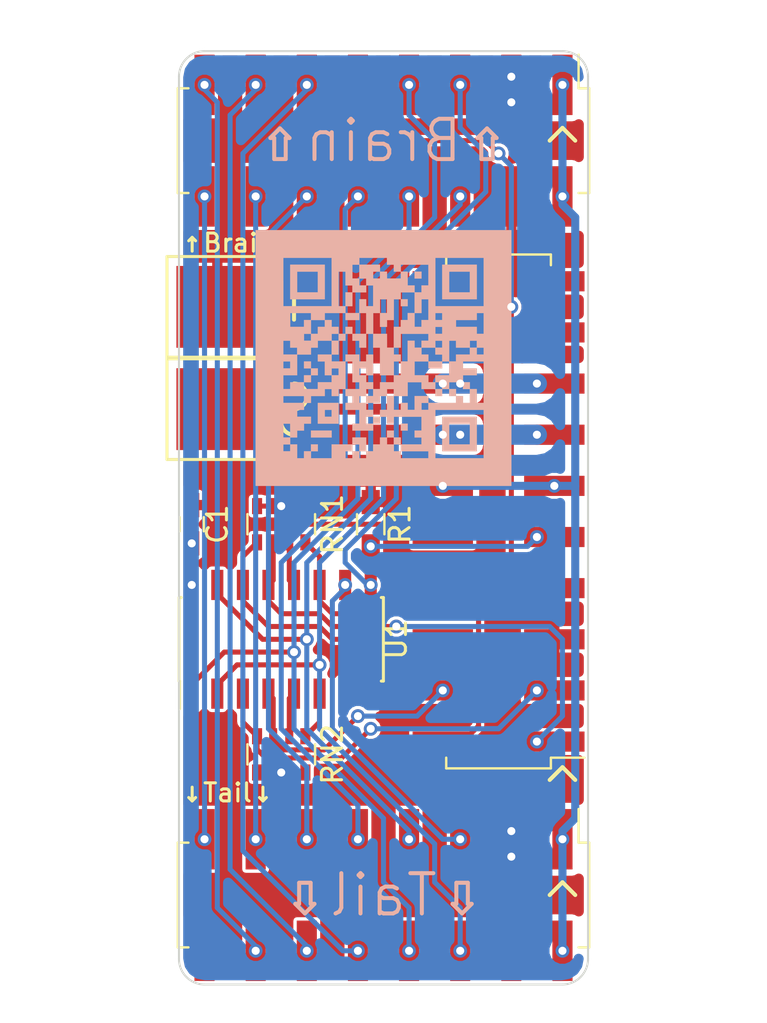
<source format=kicad_pcb>
(kicad_pcb (version 4) (host pcbnew 4.0.6)
  (layers (0 F.Cu signal) (31 B.Cu signal) (34 B.Paste user) (35 F.Paste user) (36 B.SilkS user) (37 F.SilkS user) (38 B.Mask user) (39 F.Mask user) (44 Edge.Cuts user))
  (net 0 "")
  (net 1 N_ADL)
  (net 2 AC)
  (net 3 /N_D2)
  (net 4 /N_D0)
  (net 5 /N_D4)
  (net 6 /N_D5)
  (net 7 /N_D3)
  (net 8 /N_D1)
  (net 9 +12V)
  (net 10 SERIAL_IN)
  (net 11 CLOCK)
  (net 12 VCC)
  (net 13 SERIAL_OUT)
  (net 14 GND)
  (net 15 N_LOAD)
  (net 16 ENABLE)
  (net 17 "Net-(RN2-Pad1)")
  (net 18 "Net-(RN2-Pad2)")
  (net 19 N_START)
  (net 20 "Net-(TO_BRAIN1-Pad10)")
  (net 21 "Net-(TO_BRAIN1-Pad11)")
  (net 22 "Net-(TO_BRAIN1-Pad12)")
  (net 23 "Net-(TO_BRAIN1-Pad13)")
  (net 24 "Net-(TO_BRAIN1-Pad14)")
  (net 25 "Net-(TO_BRAIN1-Pad15)")
  (net 26 "Net-(TO_BRAIN1-Pad16)")
  (module LOGO (layer B.Cu) (at 158.75 122.785 180)
    (fp_text reference G*** hide)
    (fp_text value LOGO hide)
  )
  (module LOGO (layer B.Cu) (at 158.75 106.68 180)
    (fp_text reference G*** hide)
    (fp_text value LOGO hide)
  )
  (module Pin_Headers:Pin_Header_Straight_2x10_Pitch2.54mm_SMD (layer F.Cu) (at 164.465 114.3 180)
    (fp_text reference J2 hide)
    (fp_text value CONN_02X10)
    (pad 1 smd rect (at -2.77 -11.43 180) (size 3 1) (layers F.Cu F.Paste F.Mask) (net 3 /N_D2))
    (pad 2 smd rect (at 2.77 -11.43 180) (size 3 1) (layers F.Cu F.Paste F.Mask) (net 4 /N_D0))
    (pad 3 smd rect (at -2.77 -8.89 180) (size 3 1) (layers F.Cu F.Paste F.Mask) (net 5 /N_D4))
    (pad 4 smd rect (at 2.77 -8.89 180) (size 3 1) (layers F.Cu F.Paste F.Mask) (net 6 /N_D5))
    (pad 5 smd rect (at -2.77 -6.35 180) (size 3 1) (layers F.Cu F.Paste F.Mask) (net 14 GND))
    (pad 6 smd rect (at 2.77 -6.35 180) (size 3 1) (layers F.Cu F.Paste F.Mask) (net 7 /N_D3))
    (pad 7 smd rect (at -2.77 -3.81 180) (size 3 1) (layers F.Cu F.Paste F.Mask) (net 19 N_START))
    (pad 8 smd rect (at 2.77 -3.81 180) (size 3 1) (layers F.Cu F.Paste F.Mask) (net 14 GND))
    (pad 9 smd rect (at -2.77 -1.27 180) (size 3 1) (layers F.Cu F.Paste F.Mask) (net 1 N_ADL))
    (pad 10 smd rect (at 2.77 -1.27 180) (size 3 1) (layers F.Cu F.Paste F.Mask) (net 8 /N_D1))
    (pad 11 smd rect (at -2.77 1.27 180) (size 3 1) (layers F.Cu F.Paste F.Mask) (net 9 +12V))
    (pad 12 smd rect (at 2.77 1.27 180) (size 3 1) (layers F.Cu F.Paste F.Mask) (net 9 +12V))
    (pad 13 smd rect (at -2.77 3.81 180) (size 3 1) (layers F.Cu F.Paste F.Mask) (net 2 AC))
    (pad 14 smd rect (at 2.77 3.81 180) (size 3 1) (layers F.Cu F.Paste F.Mask) (net 2 AC))
    (pad 15 smd rect (at -2.77 6.35 180) (size 3 1) (layers F.Cu F.Paste F.Mask) (net 2 AC))
    (pad 16 smd rect (at 2.77 6.35 180) (size 3 1) (layers F.Cu F.Paste F.Mask) (net 2 AC))
    (pad 17 smd rect (at -2.77 8.89 180) (size 3 1) (layers F.Cu F.Paste F.Mask) (net 14 GND))
    (pad 18 smd rect (at 2.77 8.89 180) (size 3 1) (layers F.Cu F.Paste F.Mask) (net 14 GND))
    (pad 19 smd rect (at -2.77 11.43 180) (size 3 1) (layers F.Cu F.Paste F.Mask) (net 14 GND))
    (pad 20 smd rect (at 2.77 11.43 180) (size 3 1) (layers F.Cu F.Paste F.Mask) (net 14 GND))
  )
  (module Housings_SOIC:SOIC-16_3.9x9.9mm_Pitch1.27mm (layer F.Cu) (at 153.67 120.65 90)
    (fp_text reference U1 (at 0 5.715 270) (layer F.SilkS))
    (fp_text value 74LS165)
    (pad 1 smd rect (at -2.7 -4.445 90) (size 1.5 0.6) (layers F.Cu F.Paste F.Mask) (net 15 N_LOAD))
    (pad 2 smd rect (at -2.7 -3.175 90) (size 1.5 0.6) (layers F.Cu F.Paste F.Mask) (net 11 CLOCK))
    (pad 3 smd rect (at -2.7 -1.905 90) (size 1.5 0.6) (layers F.Cu F.Paste F.Mask) (net 5 /N_D4))
    (pad 4 smd rect (at -2.7 -0.635 90) (size 1.5 0.6) (layers F.Cu F.Paste F.Mask) (net 6 /N_D5))
    (pad 5 smd rect (at -2.7 0.635 90) (size 1.5 0.6) (layers F.Cu F.Paste F.Mask) (net 18 "Net-(RN2-Pad2)"))
    (pad 6 smd rect (at -2.7 1.905 90) (size 1.5 0.6) (layers F.Cu F.Paste F.Mask) (net 17 "Net-(RN2-Pad1)"))
    (pad 7 smd rect (at -2.7 3.175 90) (size 1.5 0.6) (layers F.Cu F.Paste F.Mask))
    (pad 8 smd rect (at -2.7 4.445 90) (size 1.5 0.6) (layers F.Cu F.Paste F.Mask) (net 14 GND))
    (pad 9 smd rect (at 2.7 4.445 90) (size 1.5 0.6) (layers F.Cu F.Paste F.Mask) (net 13 SERIAL_OUT))
    (pad 10 smd rect (at 2.7 3.175 90) (size 1.5 0.6) (layers F.Cu F.Paste F.Mask) (net 10 SERIAL_IN))
    (pad 11 smd rect (at 2.7 1.905 90) (size 1.5 0.6) (layers F.Cu F.Paste F.Mask) (net 4 /N_D0))
    (pad 12 smd rect (at 2.7 0.635 90) (size 1.5 0.6) (layers F.Cu F.Paste F.Mask) (net 8 /N_D1))
    (pad 13 smd rect (at 2.7 -0.635 90) (size 1.5 0.6) (layers F.Cu F.Paste F.Mask) (net 3 /N_D2))
    (pad 14 smd rect (at 2.7 -1.905 90) (size 1.5 0.6) (layers F.Cu F.Paste F.Mask) (net 7 /N_D3))
    (pad 15 smd rect (at 2.7 -3.175 90) (size 1.5 0.6) (layers F.Cu F.Paste F.Mask) (net 16 ENABLE))
    (pad 16 smd rect (at 2.7 -4.445 90) (size 1.5 0.6) (layers F.Cu F.Paste F.Mask) (net 12 VCC))
  )
  (module Capacitors_SMD:C_0603_HandSoldering (layer F.Cu) (at 149.225 114.935 90)
    (fp_text reference C1 (at 0 1.27 90) (layer F.SilkS))
    (fp_text value C)
    (pad 1 smd rect (at -0.95 0 90) (size 1.2 0.75) (layers F.Cu F.Paste F.Mask) (net 12 VCC))
    (pad 2 smd rect (at 0.95 0 90) (size 1.2 0.75) (layers F.Cu F.Paste F.Mask) (net 14 GND))
  )
  (module Resistors_SMD:R_Array_Convex_4x0603 (layer F.Cu) (at 153.67 114.935 90)
    (fp_text reference RN1 (at 0 2.54 270) (layer F.SilkS))
    (fp_text value R_Pack04)
    (pad 1 smd rect (at -0.9 -1.2 90) (size 0.8 0.5) (layers F.Cu F.Paste F.Mask) (net 7 /N_D3))
    (pad 3 smd rect (at -0.9 0.4 90) (size 0.8 0.4) (layers F.Cu F.Paste F.Mask) (net 8 /N_D1))
    (pad 2 smd rect (at -0.9 -0.4 90) (size 0.8 0.4) (layers F.Cu F.Paste F.Mask) (net 3 /N_D2))
    (pad 4 smd rect (at -0.9 1.2 90) (size 0.8 0.5) (layers F.Cu F.Paste F.Mask) (net 4 /N_D0))
    (pad 7 smd rect (at 0.9 -0.4 90) (size 0.8 0.4) (layers F.Cu F.Paste F.Mask) (net 12 VCC))
    (pad 8 smd rect (at 0.9 -1.2 90) (size 0.8 0.5) (layers F.Cu F.Paste F.Mask) (net 12 VCC))
    (pad 6 smd rect (at 0.9 0.4 90) (size 0.8 0.4) (layers F.Cu F.Paste F.Mask) (net 12 VCC))
    (pad 5 smd rect (at 0.9 1.2 90) (size 0.8 0.5) (layers F.Cu F.Paste F.Mask) (net 12 VCC))
  )
  (module Resistors_SMD:R_Array_Convex_4x0603 (layer F.Cu) (at 153.67 126.365 270)
    (fp_text reference RN2 (at 0 -2.54 270) (layer F.SilkS))
    (fp_text value R_Pack04)
    (pad 1 smd rect (at -0.9 -1.2 270) (size 0.8 0.5) (layers F.Cu F.Paste F.Mask) (net 17 "Net-(RN2-Pad1)"))
    (pad 3 smd rect (at -0.9 0.4 270) (size 0.8 0.4) (layers F.Cu F.Paste F.Mask) (net 6 /N_D5))
    (pad 2 smd rect (at -0.9 -0.4 270) (size 0.8 0.4) (layers F.Cu F.Paste F.Mask) (net 18 "Net-(RN2-Pad2)"))
    (pad 4 smd rect (at -0.9 1.2 270) (size 0.8 0.5) (layers F.Cu F.Paste F.Mask) (net 5 /N_D4))
    (pad 7 smd rect (at 0.9 -0.4 270) (size 0.8 0.4) (layers F.Cu F.Paste F.Mask) (net 12 VCC))
    (pad 8 smd rect (at 0.9 -1.2 270) (size 0.8 0.5) (layers F.Cu F.Paste F.Mask) (net 12 VCC))
    (pad 6 smd rect (at 0.9 0.4 270) (size 0.8 0.4) (layers F.Cu F.Paste F.Mask) (net 12 VCC))
    (pad 5 smd rect (at 0.9 1.2 270) (size 0.8 0.5) (layers F.Cu F.Paste F.Mask) (net 12 VCC))
  )
  (module Pin_Headers:Pin_Header_Straight_2x08_Pitch2.54mm_SMD (layer F.Cu) (at 158.75 95.885 270)
    (fp_text reference TO_BRAIN1 hide)
    (fp_text value CONN_02X08)
    (pad 1 smd rect (at -2.77 -8.89 270) (size 3 1) (layers F.Cu F.Paste F.Mask) (net 9 +12V))
    (pad 2 smd rect (at 2.77 -8.89 270) (size 3 1) (layers F.Cu F.Paste F.Mask) (net 9 +12V))
    (pad 3 smd rect (at -2.77 -6.35 270) (size 3 1) (layers F.Cu F.Paste F.Mask) (net 12 VCC))
    (pad 4 smd rect (at 2.77 -6.35 270) (size 3 1) (layers F.Cu F.Paste F.Mask) (net 14 GND))
    (pad 5 smd rect (at -2.77 -3.81 270) (size 3 1) (layers F.Cu F.Paste F.Mask) (net 13 SERIAL_OUT))
    (pad 6 smd rect (at 2.77 -3.81 270) (size 3 1) (layers F.Cu F.Paste F.Mask) (net 11 CLOCK))
    (pad 7 smd rect (at -2.77 -1.27 270) (size 3 1) (layers F.Cu F.Paste F.Mask) (net 16 ENABLE))
    (pad 8 smd rect (at 2.77 -1.27 270) (size 3 1) (layers F.Cu F.Paste F.Mask) (net 15 N_LOAD))
    (pad 9 smd rect (at -2.77 1.27 270) (size 3 1) (layers F.Cu F.Paste F.Mask) (net 19 N_START))
    (pad 10 smd rect (at 2.77 1.27 270) (size 3 1) (layers F.Cu F.Paste F.Mask) (net 20 "Net-(TO_BRAIN1-Pad10)"))
    (pad 11 smd rect (at -2.77 3.81 270) (size 3 1) (layers F.Cu F.Paste F.Mask) (net 21 "Net-(TO_BRAIN1-Pad11)"))
    (pad 12 smd rect (at 2.77 3.81 270) (size 3 1) (layers F.Cu F.Paste F.Mask) (net 22 "Net-(TO_BRAIN1-Pad12)"))
    (pad 13 smd rect (at -2.77 6.35 270) (size 3 1) (layers F.Cu F.Paste F.Mask) (net 23 "Net-(TO_BRAIN1-Pad13)"))
    (pad 14 smd rect (at 2.77 6.35 270) (size 3 1) (layers F.Cu F.Paste F.Mask) (net 24 "Net-(TO_BRAIN1-Pad14)"))
    (pad 15 smd rect (at -2.77 8.89 270) (size 3 1) (layers F.Cu F.Paste F.Mask) (net 25 "Net-(TO_BRAIN1-Pad15)"))
    (pad 16 smd rect (at 2.77 8.89 270) (size 3 1) (layers F.Cu F.Paste F.Mask) (net 26 "Net-(TO_BRAIN1-Pad16)"))
  )
  (module Pin_Headers:Pin_Header_Straight_2x08_Pitch2.54mm_SMD (layer F.Cu) (at 158.75 133.35 270)
    (fp_text reference TO_TAIL1 hide)
    (fp_text value CONN_02X08)
    (pad 1 smd rect (at -2.77 -8.89 270) (size 3 1) (layers F.Cu F.Paste F.Mask) (net 9 +12V))
    (pad 2 smd rect (at 2.77 -8.89 270) (size 3 1) (layers F.Cu F.Paste F.Mask) (net 9 +12V))
    (pad 3 smd rect (at -2.77 -6.35 270) (size 3 1) (layers F.Cu F.Paste F.Mask) (net 12 VCC))
    (pad 4 smd rect (at 2.77 -6.35 270) (size 3 1) (layers F.Cu F.Paste F.Mask) (net 14 GND))
    (pad 5 smd rect (at -2.77 -3.81 270) (size 3 1) (layers F.Cu F.Paste F.Mask) (net 10 SERIAL_IN))
    (pad 6 smd rect (at 2.77 -3.81 270) (size 3 1) (layers F.Cu F.Paste F.Mask) (net 11 CLOCK))
    (pad 7 smd rect (at -2.77 -1.27 270) (size 3 1) (layers F.Cu F.Paste F.Mask) (net 16 ENABLE))
    (pad 8 smd rect (at 2.77 -1.27 270) (size 3 1) (layers F.Cu F.Paste F.Mask) (net 15 N_LOAD))
    (pad 9 smd rect (at -2.77 1.27 270) (size 3 1) (layers F.Cu F.Paste F.Mask) (net 20 "Net-(TO_BRAIN1-Pad10)"))
    (pad 10 smd rect (at 2.77 1.27 270) (size 3 1) (layers F.Cu F.Paste F.Mask) (net 21 "Net-(TO_BRAIN1-Pad11)"))
    (pad 11 smd rect (at -2.77 3.81 270) (size 3 1) (layers F.Cu F.Paste F.Mask) (net 22 "Net-(TO_BRAIN1-Pad12)"))
    (pad 12 smd rect (at 2.77 3.81 270) (size 3 1) (layers F.Cu F.Paste F.Mask) (net 23 "Net-(TO_BRAIN1-Pad13)"))
    (pad 13 smd rect (at -2.77 6.35 270) (size 3 1) (layers F.Cu F.Paste F.Mask) (net 24 "Net-(TO_BRAIN1-Pad14)"))
    (pad 14 smd rect (at 2.77 6.35 270) (size 3 1) (layers F.Cu F.Paste F.Mask) (net 25 "Net-(TO_BRAIN1-Pad15)"))
    (pad 15 smd rect (at -2.77 8.89 270) (size 3 1) (layers F.Cu F.Paste F.Mask) (net 26 "Net-(TO_BRAIN1-Pad16)"))
    (pad 16 smd rect (at 2.77 8.89 270) (size 3 1) (layers F.Cu F.Paste F.Mask))
  )
  (module SMD_Packages:1Pin (layer F.Cu) (at 150.495 109.22 270)
    (fp_text reference J1 hide)
    (fp_text value AC)
    (pad 1 smd rect (at 0 0 270) (size 4.064 4.064) (layers F.Cu F.Paste F.Mask) (net 2 AC))
  )
  (module SMD_Packages:1Pin (layer F.Cu) (at 150.495 104.14 90)
    (fp_text reference J3 hide)
    (fp_text value GND)
    (pad 1 smd rect (at 0 0 90) (size 4.064 4.064) (layers F.Cu F.Paste F.Mask) (net 14 GND))
  )
  (module Resistors_SMD:R_0603_HandSoldering (layer F.Cu) (at 158.115 114.935 270)
    (fp_text reference R1 (at 0 -1.45 270) (layer F.SilkS))
    (fp_text value 1k)
    (pad 1 smd rect (at -1.1 0 270) (size 1.2 0.9) (layers F.Cu F.Paste F.Mask) (net 14 GND))
    (pad 2 smd rect (at 1.1 0 270) (size 1.2 0.9) (layers F.Cu F.Paste F.Mask) (net 1 N_ADL))
  )
  (gr_arc (start 149.86 136.525) (end 149.86 137.795) (angle 90) (layer Edge.Cuts) (width 0.1))
  (gr_arc (start 167.64 136.525) (end 168.91 136.525) (angle 90) (layer Edge.Cuts) (width 0.1))
  (gr_arc (start 167.64 92.71) (end 167.64 91.44) (angle 90) (layer Edge.Cuts) (width 0.1))
  (gr_arc (start 149.86 92.71) (end 148.59 92.71) (angle 90) (layer Edge.Cuts) (width 0.1))
  (gr_text ⇩Tail⇩ (at 158.75 133.35) (layer B.SilkS) (effects (font (size 2 2) (thickness 0.2)) (justify mirror)))
  (gr_text ⇧Brain⇧ (at 158.75 95.885) (layer B.SilkS) (effects (font (size 2 2) (thickness 0.2)) (justify mirror)))
  (gr_line (start 167.64 127) (end 168.275 127.635) (layer F.SilkS) (width 0.2))
  (gr_line (start 167.64 127) (end 167.005 127.635) (layer F.SilkS) (width 0.2))
  (gr_line (start 167.64 132.715) (end 168.275 133.35) (layer F.SilkS) (width 0.2))
  (gr_line (start 167.64 132.715) (end 167.005 133.35) (layer F.SilkS) (width 0.2))
  (gr_line (start 167.64 95.25) (end 168.275 95.885) (layer F.SilkS) (width 0.2))
  (gr_line (start 167.005 95.885) (end 167.64 95.25) (layer F.SilkS) (width 0.2))
  (gr_arc (start 154.305 108.585) (end 154.305 107.95) (angle 90) (layer F.SilkS) (width 0.2))
  (gr_arc (start 154.305 108.585) (end 154.94 108.585) (angle 90) (layer F.SilkS) (width 0.2))
  (gr_arc (start 154.305 109.855) (end 153.67 109.855) (angle 90) (layer F.SilkS) (width 0.2))
  (gr_arc (start 154.305 109.855) (end 154.305 110.49) (angle 90) (layer F.SilkS) (width 0.2))
  (gr_line (start 154.305 104.775) (end 154.305 103.505) (layer F.SilkS) (width 0.2))
  (gr_line (start 153.67 105.41) (end 153.67 102.87) (layer F.SilkS) (width 0.2))
  (gr_line (start 153.035 104.14) (end 153.67 104.14) (layer F.SilkS) (width 0.2))
  (gr_text ↓Tail↓ (at 148.59 128.27) (layer F.SilkS) (effects (font (size 0.9 0.9)) (justify left)))
  (gr_text ↑Brain↑ (at 148.59 100.965) (layer F.SilkS) (effects (font (size 0.9 0.9)) (justify left)))
  (gr_line (start 149.86 91.44) (end 167.64 91.44) (angle 90) (layer Edge.Cuts) (width 0.1))
  (gr_line (start 149.86 137.795) (end 167.64 137.795) (angle 90) (layer Edge.Cuts) (width 0.1))
  (gr_line (start 148.59 92.71) (end 148.59 136.525) (angle 90) (layer Edge.Cuts) (width 0.1))
  (gr_line (start 168.91 136.525) (end 168.91 92.71) (angle 90) (layer Edge.Cuts) (width 0.1))
  (segment (start 166.027001 115.912999) (end 166.37 115.57) (width 0.25) (layer B.Cu) (net 1))
  (segment (start 165.905 116.035) (end 166.027001 115.912999) (width 0.25) (layer B.Cu) (net 1))
  (segment (start 158.115 116.035) (end 165.905 116.035) (width 0.25) (layer B.Cu) (net 1))
  (via (at 166.37 115.57) (size 0.686) (drill 0.4) (layers F.Cu B.Cu) (net 1))
  (via (at 158.115 116.035) (size 0.686) (drill 0.4) (layers F.Cu B.Cu) (net 1))
  (segment (start 161.695 110.49) (end 166.37 110.49) (width 1) (layer B.Cu) (net 2))
  (segment (start 161.695 107.95) (end 166.37 107.95) (width 1) (layer B.Cu) (net 2))
  (segment (start 167.235 110.49) (end 166.37 110.49) (width 1) (layer F.Cu) (net 2))
  (via (at 166.37 110.49) (size 0.686) (drill 0.4) (layers F.Cu B.Cu) (net 2))
  (segment (start 167.235 107.95) (end 166.37 107.95) (width 1) (layer F.Cu) (net 2))
  (via (at 166.37 107.95) (size 0.686) (drill 0.4) (layers F.Cu B.Cu) (net 2))
  (segment (start 150.495 109.22) (end 151.765 110.49) (width 1) (layer F.Cu) (net 2))
  (segment (start 151.765 110.49) (end 161.874002 110.49) (width 1) (layer F.Cu) (net 2))
  (via (at 162.56 110.49) (size 0.686) (drill 0.4) (layers F.Cu B.Cu) (net 2))
  (via (at 161.695 110.49) (size 0.686) (drill 0.4) (layers F.Cu B.Cu) (net 2))
  (via (at 162.56 107.95) (size 0.686) (drill 0.4) (layers F.Cu B.Cu) (net 2))
  (via (at 161.695 107.95) (size 0.686) (drill 0.4) (layers F.Cu B.Cu) (net 2))
  (segment (start 150.495 109.22) (end 151.765 107.95) (width 1) (layer F.Cu) (net 2))
  (segment (start 151.765 107.95) (end 160.604002 107.95) (width 1) (layer F.Cu) (net 2))
  (segment (start 159.385 120.015) (end 167.005 120.015) (width 0.25) (layer B.Cu) (net 3))
  (segment (start 167.005 120.015) (end 167.64 120.65) (width 0.25) (layer B.Cu) (net 3))
  (segment (start 167.64 120.65) (end 167.64 124.46) (width 0.25) (layer B.Cu) (net 3))
  (segment (start 167.64 124.46) (end 166.712999 125.387001) (width 0.25) (layer B.Cu) (net 3))
  (segment (start 166.712999 125.387001) (end 166.37 125.73) (width 0.25) (layer B.Cu) (net 3))
  (via (at 166.37 125.73) (size 0.686) (drill 0.4) (layers F.Cu B.Cu) (net 3))
  (segment (start 155.575 119.38) (end 156.21 120.015) (width 0.25) (layer F.Cu) (net 3))
  (segment (start 156.21 120.015) (end 159.385 120.015) (width 0.25) (layer F.Cu) (net 3))
  (segment (start 153.67 119.38) (end 155.575 119.38) (width 0.25) (layer F.Cu) (net 3))
  (segment (start 153.035 118.745) (end 153.67 119.38) (width 0.25) (layer F.Cu) (net 3))
  (segment (start 153.035 117.95) (end 153.035 118.745) (width 0.25) (layer F.Cu) (net 3))
  (via (at 159.385 120.015) (size 0.686) (drill 0.4) (layers F.Cu B.Cu) (net 3))
  (segment (start 153.27 115.835) (end 153.27 117.715) (width 0.25) (layer F.Cu) (net 3))
  (segment (start 153.27 117.715) (end 153.035 117.95) (width 0.25) (layer F.Cu) (net 3))
  (segment (start 155.575 117.95) (end 155.575 118.745) (width 0.25) (layer F.Cu) (net 4))
  (segment (start 155.575 118.745) (end 156.21 119.38) (width 0.25) (layer F.Cu) (net 4))
  (segment (start 156.21 119.38) (end 163.195 119.38) (width 0.25) (layer F.Cu) (net 4))
  (segment (start 163.195 119.38) (end 163.472101 119.657101) (width 0.25) (layer F.Cu) (net 4))
  (segment (start 163.472101 119.657101) (end 163.472101 124.952899) (width 0.25) (layer F.Cu) (net 4))
  (segment (start 162.695 125.73) (end 161.695 125.73) (width 0.25) (layer F.Cu) (net 4))
  (segment (start 163.472101 124.952899) (end 162.695 125.73) (width 0.25) (layer F.Cu) (net 4))
  (segment (start 154.87 115.835) (end 155.575 116.54) (width 0.25) (layer F.Cu) (net 4))
  (segment (start 155.575 116.54) (end 155.575 117.95) (width 0.25) (layer F.Cu) (net 4))
  (segment (start 166.027001 123.532999) (end 166.37 123.19) (width 0.25) (layer B.Cu) (net 5))
  (via (at 166.37 123.19) (size 0.686) (drill 0.4) (layers F.Cu B.Cu) (net 5))
  (segment (start 164.465 125.095) (end 166.027001 123.532999) (width 0.25) (layer B.Cu) (net 5))
  (segment (start 158.115 125.095) (end 164.465 125.095) (width 0.25) (layer B.Cu) (net 5))
  (segment (start 167.235 123.19) (end 166.37 123.19) (width 0.25) (layer F.Cu) (net 5))
  (segment (start 164.475172 125.084828) (end 166.027001 123.532999) (width 0.25) (layer B.Cu) (net 5))
  (segment (start 163.840172 125.084828) (end 164.475172 125.084828) (width 0.25) (layer B.Cu) (net 5))
  (segment (start 152.899211 126.544211) (end 156.665789 126.544211) (width 0.25) (layer F.Cu) (net 5))
  (segment (start 156.665789 126.544211) (end 158.115 125.095) (width 0.25) (layer F.Cu) (net 5))
  (via (at 158.115 125.095) (size 0.686) (drill 0.4) (layers F.Cu B.Cu) (net 5))
  (segment (start 152.47 125.465) (end 152.47 126.115) (width 0.25) (layer F.Cu) (net 5))
  (segment (start 152.47 126.115) (end 152.899211 126.544211) (width 0.25) (layer F.Cu) (net 5))
  (segment (start 167.005 123.19) (end 167.235 123.19) (width 0.25) (layer F.Cu) (net 5))
  (segment (start 152.47 125.465) (end 151.765 124.76) (width 0.25) (layer F.Cu) (net 5))
  (segment (start 151.765 124.76) (end 151.765 123.35) (width 0.25) (layer F.Cu) (net 5))
  (via (at 161.695 123.19) (size 0.686) (drill 0.4) (layers F.Cu B.Cu) (net 6))
  (segment (start 157.480186 124.464727) (end 160.420273 124.464727) (width 0.25) (layer B.Cu) (net 6))
  (segment (start 160.420273 124.464727) (end 161.695 123.19) (width 0.25) (layer B.Cu) (net 6))
  (segment (start 153.747101 126.142101) (end 155.802812 126.142101) (width 0.25) (layer F.Cu) (net 6))
  (segment (start 155.802812 126.142101) (end 157.480186 124.464727) (width 0.25) (layer F.Cu) (net 6))
  (via (at 157.480186 124.464727) (size 0.686) (drill 0.4) (layers F.Cu B.Cu) (net 6))
  (segment (start 153.27 125.465) (end 153.27 125.665) (width 0.25) (layer F.Cu) (net 6))
  (segment (start 153.27 125.665) (end 153.747101 126.142101) (width 0.25) (layer F.Cu) (net 6))
  (segment (start 153.27 125.465) (end 153.27 123.585) (width 0.25) (layer F.Cu) (net 6))
  (segment (start 153.27 123.585) (end 153.035 123.35) (width 0.25) (layer F.Cu) (net 6))
  (segment (start 161.695 120.65) (end 156.21 120.65) (width 0.25) (layer F.Cu) (net 7))
  (segment (start 156.21 120.65) (end 155.575 120.015) (width 0.25) (layer F.Cu) (net 7))
  (segment (start 153.035 120.015) (end 151.765 118.745) (width 0.25) (layer F.Cu) (net 7))
  (segment (start 155.575 120.015) (end 153.035 120.015) (width 0.25) (layer F.Cu) (net 7))
  (segment (start 151.765 118.745) (end 151.765 117.95) (width 0.25) (layer F.Cu) (net 7))
  (segment (start 152.47 115.835) (end 151.765 116.54) (width 0.25) (layer F.Cu) (net 7))
  (segment (start 151.765 116.54) (end 151.765 117.95) (width 0.25) (layer F.Cu) (net 7))
  (segment (start 154.07 115.835) (end 154.07 115.185) (width 0.25) (layer F.Cu) (net 8))
  (segment (start 154.07 115.185) (end 154.32 114.935) (width 0.25) (layer F.Cu) (net 8))
  (segment (start 154.32 114.935) (end 160.655 114.935) (width 0.25) (layer F.Cu) (net 8))
  (segment (start 160.655 114.935) (end 161.29 115.57) (width 0.25) (layer F.Cu) (net 8))
  (segment (start 161.29 115.57) (end 161.695 115.57) (width 0.25) (layer F.Cu) (net 8))
  (segment (start 154.07 115.835) (end 154.07 117.715) (width 0.25) (layer F.Cu) (net 8))
  (segment (start 154.07 117.715) (end 154.305 117.95) (width 0.25) (layer F.Cu) (net 8))
  (segment (start 168.275 113.03) (end 168.275 99.695) (width 0.4) (layer B.Cu) (net 9))
  (segment (start 168.275 99.695) (end 167.64 99.06) (width 0.4) (layer B.Cu) (net 9))
  (segment (start 167.64 99.06) (end 167.64 98.655) (width 0.4) (layer B.Cu) (net 9))
  (via (at 167.235 113.03) (size 0.686) (drill 0.4) (layers F.Cu B.Cu) (net 9))
  (segment (start 167.64 130.58) (end 167.64 130.175) (width 0.4) (layer B.Cu) (net 9))
  (segment (start 167.64 130.175) (end 168.275 129.54) (width 0.4) (layer B.Cu) (net 9))
  (segment (start 168.275 129.54) (end 168.275 113.03) (width 0.4) (layer B.Cu) (net 9))
  (segment (start 168.275 113.03) (end 167.005 113.03) (width 0.4) (layer B.Cu) (net 9))
  (segment (start 161.695 113.03) (end 167.005 113.03) (width 0.4) (layer B.Cu) (net 9))
  (segment (start 167.64 136.12) (end 167.64 130.58) (width 0.4) (layer B.Cu) (net 9))
  (via (at 167.64 130.58) (size 0.686) (drill 0.4) (layers F.Cu B.Cu) (net 9))
  (via (at 167.64 136.12) (size 0.686) (drill 0.4) (layers F.Cu B.Cu) (net 9))
  (via (at 161.695 113.03) (size 0.686) (drill 0.4) (layers F.Cu B.Cu) (net 9))
  (segment (start 167.64 93.115) (end 167.64 95.015) (width 0.4) (layer B.Cu) (net 9))
  (segment (start 167.64 95.015) (end 167.64 98.655) (width 0.4) (layer B.Cu) (net 9))
  (via (at 167.64 98.655) (size 0.686) (drill 0.4) (layers F.Cu B.Cu) (net 9))
  (via (at 167.64 93.115) (size 0.686) (drill 0.4) (layers F.Cu B.Cu) (net 9))
  (segment (start 156.845 117.95) (end 156.845 118.11) (width 0.25) (layer B.Cu) (net 10))
  (segment (start 156.845 118.11) (end 156.21 118.745) (width 0.25) (layer B.Cu) (net 10))
  (segment (start 156.21 118.745) (end 156.21 125.095) (width 0.25) (layer B.Cu) (net 10))
  (segment (start 156.21 125.095) (end 161.695 130.58) (width 0.25) (layer B.Cu) (net 10))
  (segment (start 161.695 130.58) (end 162.56 130.58) (width 0.25) (layer B.Cu) (net 10))
  (via (at 162.56 130.58) (size 0.686) (drill 0.4) (layers F.Cu B.Cu) (net 10))
  (via (at 156.845 117.95) (size 0.686) (drill 0.4) (layers F.Cu B.Cu) (net 10))
  (segment (start 155.57499 121.92) (end 155.57499 116.84001) (width 0.25) (layer B.Cu) (net 11))
  (segment (start 155.57499 116.84001) (end 158.75 113.665) (width 0.25) (layer B.Cu) (net 11))
  (segment (start 158.75 113.665) (end 158.75 102.87) (width 0.25) (layer B.Cu) (net 11))
  (segment (start 158.75 102.87) (end 162.56 99.06) (width 0.25) (layer B.Cu) (net 11))
  (segment (start 162.56 99.06) (end 162.56 98.655) (width 0.25) (layer B.Cu) (net 11))
  (segment (start 155.57499 121.92) (end 155.57499 125.09499) (width 0.25) (layer B.Cu) (net 11))
  (segment (start 155.57499 125.09499) (end 161.29 130.81) (width 0.25) (layer B.Cu) (net 11))
  (segment (start 161.29 130.81) (end 161.29 132.715) (width 0.25) (layer B.Cu) (net 11))
  (segment (start 162.56 133.985) (end 162.56 136.12) (width 0.25) (layer B.Cu) (net 11))
  (segment (start 161.29 132.715) (end 162.56 133.985) (width 0.25) (layer B.Cu) (net 11))
  (via (at 162.56 136.12) (size 0.686) (drill 0.4) (layers F.Cu B.Cu) (net 11))
  (via (at 162.56 98.655) (size 0.686) (drill 0.4) (layers F.Cu B.Cu) (net 11))
  (segment (start 155.089915 121.92) (end 155.57499 121.92) (width 0.25) (layer F.Cu) (net 11))
  (segment (start 151.475 121.92) (end 155.089915 121.92) (width 0.25) (layer F.Cu) (net 11))
  (segment (start 150.495 122.9) (end 151.475 121.92) (width 0.25) (layer F.Cu) (net 11))
  (segment (start 150.495 123.35) (end 150.495 122.9) (width 0.25) (layer F.Cu) (net 11))
  (via (at 155.57499 121.92) (size 0.686) (drill 0.4) (layers F.Cu B.Cu) (net 11))
  (segment (start 153.67 114.035) (end 154.07 114.035) (width 0.25) (layer F.Cu) (net 12))
  (segment (start 153.27 114.035) (end 153.67 114.035) (width 0.25) (layer F.Cu) (net 12))
  (via (at 153.67 114.035) (size 0.686) (drill 0.4) (layers F.Cu B.Cu) (net 12))
  (segment (start 154.87 114.035) (end 154.07 114.035) (width 0.25) (layer F.Cu) (net 12))
  (segment (start 152.47 114.035) (end 153.27 114.035) (width 0.25) (layer F.Cu) (net 12))
  (via (at 165.1 131.445) (size 0.686) (drill 0.4) (layers F.Cu B.Cu) (net 12))
  (via (at 165.1 130.175) (size 0.686) (drill 0.4) (layers F.Cu B.Cu) (net 12))
  (segment (start 153.67 127.265) (end 154.07 127.265) (width 0.25) (layer F.Cu) (net 12))
  (segment (start 153.27 127.265) (end 153.67 127.265) (width 0.25) (layer F.Cu) (net 12))
  (via (at 153.67 127.265) (size 0.686) (drill 0.4) (layers F.Cu B.Cu) (net 12))
  (segment (start 154.07 127.265) (end 154.87 127.265) (width 0.25) (layer F.Cu) (net 12))
  (segment (start 152.47 127.265) (end 153.27 127.265) (width 0.25) (layer F.Cu) (net 12))
  (via (at 165.1 92.71) (size 0.686) (drill 0.4) (layers F.Cu B.Cu) (net 12))
  (via (at 165.1 93.979998) (size 0.686) (drill 0.4) (layers F.Cu B.Cu) (net 12))
  (via (at 149.225 117.95) (size 0.686) (drill 0.4) (layers F.Cu B.Cu) (net 12))
  (via (at 149.225 115.885) (size 0.686) (drill 0.4) (layers F.Cu B.Cu) (net 12))
  (segment (start 158.115 117.95) (end 157.955 117.95) (width 0.25) (layer B.Cu) (net 13))
  (segment (start 156.845 116.84) (end 156.845 116.205) (width 0.25) (layer B.Cu) (net 13))
  (segment (start 159.385 102.87) (end 163.83 98.425) (width 0.25) (layer B.Cu) (net 13))
  (segment (start 157.955 117.95) (end 156.845 116.84) (width 0.25) (layer B.Cu) (net 13))
  (segment (start 156.845 116.205) (end 159.385 113.665) (width 0.25) (layer B.Cu) (net 13))
  (segment (start 159.385 113.665) (end 159.385 102.87) (width 0.25) (layer B.Cu) (net 13))
  (segment (start 163.83 98.425) (end 163.83 96.52) (width 0.25) (layer B.Cu) (net 13))
  (segment (start 163.83 96.52) (end 162.56 95.25) (width 0.25) (layer B.Cu) (net 13))
  (segment (start 162.56 95.25) (end 162.56 93.115) (width 0.25) (layer B.Cu) (net 13))
  (via (at 162.56 93.115) (size 0.686) (drill 0.4) (layers F.Cu B.Cu) (net 13))
  (via (at 158.115 117.95) (size 0.686) (drill 0.4) (layers F.Cu B.Cu) (net 13))
  (segment (start 154.305 121.285) (end 154.305 116.84) (width 0.25) (layer B.Cu) (net 15))
  (segment (start 154.305 116.84) (end 157.48 113.665) (width 0.25) (layer B.Cu) (net 15))
  (segment (start 157.48 113.665) (end 157.48 102.87) (width 0.25) (layer B.Cu) (net 15))
  (segment (start 157.48 102.87) (end 160.02 100.33) (width 0.25) (layer B.Cu) (net 15))
  (segment (start 160.02 100.33) (end 160.02 98.655) (width 0.25) (layer B.Cu) (net 15))
  (segment (start 154.305 121.285) (end 154.305 125.095) (width 0.25) (layer B.Cu) (net 15))
  (segment (start 154.305 125.095) (end 158.75 129.54) (width 0.25) (layer B.Cu) (net 15))
  (segment (start 158.75 129.54) (end 158.75 132.715) (width 0.25) (layer B.Cu) (net 15))
  (segment (start 158.75 132.715) (end 160.02 133.985) (width 0.25) (layer B.Cu) (net 15))
  (segment (start 160.02 133.985) (end 160.02 136.12) (width 0.25) (layer B.Cu) (net 15))
  (via (at 160.02 136.12) (size 0.686) (drill 0.4) (layers F.Cu B.Cu) (net 15))
  (via (at 160.02 98.655) (size 0.686) (drill 0.4) (layers F.Cu B.Cu) (net 15))
  (segment (start 149.225 123.35) (end 149.225 122.9) (width 0.25) (layer F.Cu) (net 15))
  (segment (start 149.225 122.9) (end 150.84 121.285) (width 0.25) (layer F.Cu) (net 15))
  (segment (start 150.84 121.285) (end 151.011218 121.285) (width 0.25) (layer F.Cu) (net 15))
  (segment (start 151.011218 121.285) (end 154.305 121.285) (width 0.25) (layer F.Cu) (net 15))
  (via (at 154.305 121.285) (size 0.686) (drill 0.4) (layers F.Cu B.Cu) (net 15))
  (segment (start 154.94 120.65) (end 154.94 116.84) (width 0.25) (layer B.Cu) (net 16))
  (segment (start 154.94 116.84) (end 158.115 113.665) (width 0.25) (layer B.Cu) (net 16))
  (segment (start 158.115 113.665) (end 158.115 102.87) (width 0.25) (layer B.Cu) (net 16))
  (segment (start 158.115 102.87) (end 161.29 99.695) (width 0.25) (layer B.Cu) (net 16))
  (segment (start 161.29 99.695) (end 161.29 95.885) (width 0.25) (layer B.Cu) (net 16))
  (segment (start 161.29 95.885) (end 160.02 94.615) (width 0.25) (layer B.Cu) (net 16))
  (segment (start 160.02 94.615) (end 160.02 93.115) (width 0.25) (layer B.Cu) (net 16))
  (segment (start 154.94 120.65) (end 154.94 125.095) (width 0.25) (layer B.Cu) (net 16))
  (segment (start 154.94 125.095) (end 160.02 130.175) (width 0.25) (layer B.Cu) (net 16))
  (segment (start 160.02 130.175) (end 160.02 130.58) (width 0.25) (layer B.Cu) (net 16))
  (via (at 160.02 130.58) (size 0.686) (drill 0.4) (layers F.Cu B.Cu) (net 16))
  (via (at 160.02 93.115) (size 0.686) (drill 0.4) (layers F.Cu B.Cu) (net 16))
  (segment (start 150.495 117.95) (end 150.495 118.4) (width 0.25) (layer F.Cu) (net 16))
  (via (at 154.94 120.65) (size 0.686) (drill 0.4) (layers F.Cu B.Cu) (net 16))
  (segment (start 150.495 118.4) (end 152.745 120.65) (width 0.25) (layer F.Cu) (net 16))
  (segment (start 152.745 120.65) (end 154.94 120.65) (width 0.25) (layer F.Cu) (net 16))
  (segment (start 154.87 125.465) (end 155.575 124.76) (width 0.25) (layer F.Cu) (net 17))
  (segment (start 155.575 124.76) (end 155.575 123.35) (width 0.25) (layer F.Cu) (net 17))
  (segment (start 154.07 125.465) (end 154.07 123.585) (width 0.25) (layer F.Cu) (net 18))
  (segment (start 154.07 123.585) (end 154.305 123.35) (width 0.25) (layer F.Cu) (net 18))
  (segment (start 167.235 118.11) (end 166.235 118.11) (width 0.25) (layer F.Cu) (net 19))
  (segment (start 166.235 118.11) (end 165.1 116.975) (width 0.25) (layer F.Cu) (net 19))
  (segment (start 165.1 116.975) (end 165.1 104.625075) (width 0.25) (layer F.Cu) (net 19))
  (segment (start 165.1 104.625075) (end 165.1 104.14) (width 0.25) (layer F.Cu) (net 19))
  (via (at 165.1 104.14) (size 0.686) (drill 0.4) (layers F.Cu B.Cu) (net 19))
  (segment (start 164.807967 96.862999) (end 164.464968 96.52) (width 0.25) (layer B.Cu) (net 19))
  (segment (start 165.1 97.155032) (end 164.807967 96.862999) (width 0.25) (layer B.Cu) (net 19))
  (segment (start 165.1 104.14) (end 165.1 97.155032) (width 0.25) (layer B.Cu) (net 19))
  (segment (start 157.48 93.115) (end 157.48 94.115) (width 0.25) (layer F.Cu) (net 19))
  (segment (start 157.48 94.115) (end 159.25 95.885) (width 0.25) (layer F.Cu) (net 19))
  (segment (start 159.25 95.885) (end 163.83 95.885) (width 0.25) (layer F.Cu) (net 19))
  (segment (start 163.83 95.885032) (end 164.464968 96.52) (width 0.25) (layer F.Cu) (net 19))
  (segment (start 163.83 95.885) (end 163.83 95.885032) (width 0.25) (layer F.Cu) (net 19))
  (via (at 164.464968 96.52) (size 0.686) (drill 0.4) (layers F.Cu B.Cu) (net 19))
  (segment (start 157.48 98.655) (end 156.845 99.29) (width 0.25) (layer B.Cu) (net 20))
  (segment (start 156.845 99.29) (end 156.845 113.665) (width 0.25) (layer B.Cu) (net 20))
  (segment (start 156.845 113.665) (end 153.67 116.84) (width 0.25) (layer B.Cu) (net 20))
  (segment (start 153.67 116.84) (end 153.67 125.095) (width 0.25) (layer B.Cu) (net 20))
  (segment (start 153.67 125.095) (end 157.48 128.905) (width 0.25) (layer B.Cu) (net 20))
  (segment (start 157.48 128.905) (end 157.48 130.58) (width 0.25) (layer B.Cu) (net 20))
  (via (at 157.48 130.58) (size 0.686) (drill 0.4) (layers F.Cu B.Cu) (net 20))
  (via (at 157.48 98.655) (size 0.686) (drill 0.4) (layers F.Cu B.Cu) (net 20))
  (segment (start 157.48 136.12) (end 156.73 136.12) (width 0.25) (layer B.Cu) (net 21))
  (segment (start 151.765 131.155) (end 151.765 96.52) (width 0.25) (layer B.Cu) (net 21))
  (segment (start 154.94 93.345) (end 154.94 93.115) (width 0.25) (layer B.Cu) (net 21))
  (segment (start 156.73 136.12) (end 151.765 131.155) (width 0.25) (layer B.Cu) (net 21))
  (segment (start 151.765 96.52) (end 154.94 93.345) (width 0.25) (layer B.Cu) (net 21))
  (via (at 154.94 93.115) (size 0.686) (drill 0.4) (layers F.Cu B.Cu) (net 21))
  (via (at 157.48 136.12) (size 0.686) (drill 0.4) (layers F.Cu B.Cu) (net 21))
  (segment (start 154.94 130.58) (end 154.94 127) (width 0.25) (layer B.Cu) (net 22))
  (segment (start 154.94 127) (end 153.035 125.095) (width 0.25) (layer B.Cu) (net 22))
  (segment (start 153.035 125.095) (end 153.035 100.56) (width 0.25) (layer B.Cu) (net 22))
  (segment (start 153.035 100.56) (end 154.94 98.655) (width 0.25) (layer B.Cu) (net 22))
  (via (at 154.94 130.58) (size 0.686) (drill 0.4) (layers F.Cu B.Cu) (net 22))
  (via (at 154.94 98.655) (size 0.686) (drill 0.4) (layers F.Cu B.Cu) (net 22))
  (segment (start 152.4 93.115) (end 152.4 93.345) (width 0.25) (layer B.Cu) (net 23))
  (segment (start 152.4 93.345) (end 151.13 94.615) (width 0.25) (layer B.Cu) (net 23))
  (segment (start 151.13 94.615) (end 151.13 132.08) (width 0.25) (layer B.Cu) (net 23))
  (segment (start 151.13 132.08) (end 154.94 135.89) (width 0.25) (layer B.Cu) (net 23))
  (segment (start 154.94 135.89) (end 154.94 136.12) (width 0.25) (layer B.Cu) (net 23))
  (via (at 152.4 93.115) (size 0.686) (drill 0.4) (layers F.Cu B.Cu) (net 23))
  (via (at 154.94 136.12) (size 0.686) (drill 0.4) (layers F.Cu B.Cu) (net 23))
  (segment (start 152.4 100.405) (end 152.4 130.58) (width 0.25) (layer B.Cu) (net 24))
  (segment (start 152.4 98.655) (end 152.4 100.405) (width 0.25) (layer B.Cu) (net 24))
  (via (at 152.4 130.58) (size 0.686) (drill 0.4) (layers F.Cu B.Cu) (net 24))
  (via (at 152.4 98.655) (size 0.686) (drill 0.4) (layers F.Cu B.Cu) (net 24))
  (segment (start 149.86 93.115) (end 149.86 93.345) (width 0.25) (layer B.Cu) (net 25))
  (segment (start 149.86 93.345) (end 150.495 93.98) (width 0.25) (layer B.Cu) (net 25))
  (segment (start 150.495 93.98) (end 150.495 133.985) (width 0.25) (layer B.Cu) (net 25))
  (segment (start 150.495 133.985) (end 152.4 135.89) (width 0.25) (layer B.Cu) (net 25))
  (segment (start 152.4 135.89) (end 152.4 136.12) (width 0.25) (layer B.Cu) (net 25))
  (via (at 152.4 136.12) (size 0.686) (drill 0.4) (layers F.Cu B.Cu) (net 25))
  (via (at 149.86 93.115) (size 0.686) (drill 0.4) (layers F.Cu B.Cu) (net 25))
  (segment (start 149.86 98.655) (end 149.86 130.58) (width 0.25) (layer B.Cu) (net 26))
  (via (at 149.86 130.58) (size 0.686) (drill 0.4) (layers F.Cu B.Cu) (net 26))
  (via (at 149.86 98.655) (size 0.686) (drill 0.4) (layers F.Cu B.Cu) (net 26))
  (zone (net 12) (net_name VCC) (layer B.Cu) (connect_pads (clearance 0.16)) (min_thickness 0.5) (fill yes (arc_segments 16) (thermal_gap 0.16) (thermal_bridge_width 0.51))
    (polygon (pts (xy 177.8 139.7) (xy 139.7 139.7) (xy 139.7 88.9) (xy 177.8 88.9)))
  )
  (zone (net 14) (net_name GND) (layer F.Cu) (connect_pads (clearance 0.16)) (min_thickness 0.5) (fill yes (arc_segments 16) (thermal_gap 0.16) (thermal_bridge_width 0.51))
    (polygon (pts (xy 177.8 139.7) (xy 139.7 139.7) (xy 139.7 88.9) (xy 177.8 88.9)))
  )
)
</source>
